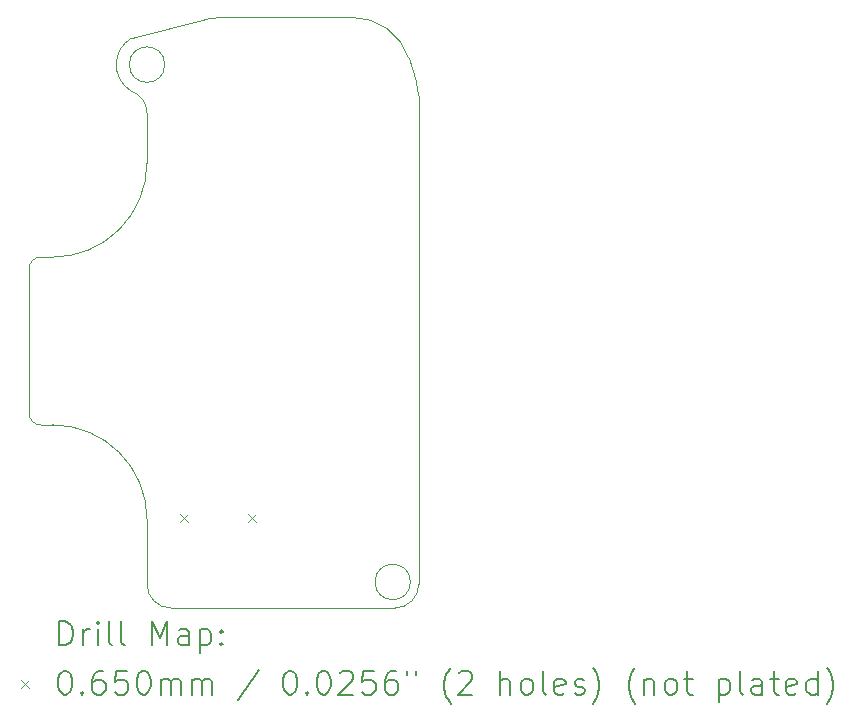
<source format=gbr>
%TF.GenerationSoftware,KiCad,Pcbnew,8.0.5*%
%TF.CreationDate,2024-12-27T02:30:04+01:00*%
%TF.ProjectId,walter_remix - C3v2,77616c74-6572-45f7-9265-6d6978202d20,rev?*%
%TF.SameCoordinates,Original*%
%TF.FileFunction,Drillmap*%
%TF.FilePolarity,Positive*%
%FSLAX45Y45*%
G04 Gerber Fmt 4.5, Leading zero omitted, Abs format (unit mm)*
G04 Created by KiCad (PCBNEW 8.0.5) date 2024-12-27 02:30:04*
%MOMM*%
%LPD*%
G01*
G04 APERTURE LIST*
%ADD10C,0.050000*%
%ADD11C,0.100000*%
%ADD12C,0.200000*%
G04 APERTURE END LIST*
D10*
X12600000Y-10150000D02*
G75*
G02*
X12500000Y-10050000I0J100000D01*
G01*
X12500000Y-8830000D02*
G75*
G02*
X12600000Y-8730000I100000J0D01*
G01*
X13499507Y-7929507D02*
G75*
G02*
X12699507Y-8729997I-799997J-493D01*
G01*
X12700000Y-10150000D02*
G75*
G02*
X13500000Y-10950000I0J-800000D01*
G01*
X12600000Y-10150000D02*
X12700000Y-10150000D01*
X12500000Y-8830000D02*
X12500000Y-10050000D01*
X12699507Y-8730000D02*
X12600000Y-8730000D01*
X13499249Y-7510000D02*
X13499507Y-7929507D01*
X13360000Y-7320000D02*
G75*
G02*
X13499249Y-7510000I-60000J-190000D01*
G01*
X14000096Y-6715229D02*
G75*
G02*
X14122557Y-6699999I122464J-484771D01*
G01*
X13650000Y-7100000D02*
G75*
G02*
X13350000Y-7100000I-150000J0D01*
G01*
X13350000Y-7100000D02*
G75*
G02*
X13650000Y-7100000I150000J0D01*
G01*
X14000096Y-6715229D02*
X13368606Y-6874754D01*
X13360000Y-7320000D02*
G75*
G02*
X13368606Y-6874754I140000J220000D01*
G01*
D11*
X15730000Y-11480000D02*
G75*
G02*
X15430000Y-11480000I-150000J0D01*
G01*
X15430000Y-11480000D02*
G75*
G02*
X15730000Y-11480000I150000J0D01*
G01*
D10*
X15800000Y-11500000D02*
G75*
G02*
X15600000Y-11700000I-200000J0D01*
G01*
X13700000Y-11700000D02*
G75*
G02*
X13500000Y-11500000I0J200000D01*
G01*
X15239620Y-6700000D02*
G75*
G02*
X15713962Y-7041886I0J-500000D01*
G01*
X15779473Y-7238420D02*
G75*
G02*
X15800000Y-7364911I-379473J-126490D01*
G01*
X15800000Y-7364911D02*
X15800000Y-11500000D01*
X15600000Y-11700000D02*
X13700000Y-11700000D01*
X15713962Y-7041886D02*
X15779473Y-7238420D01*
X14122557Y-6700000D02*
X15239620Y-6700000D01*
X13500000Y-11500000D02*
X13500000Y-10950000D01*
D12*
D11*
X13778500Y-10907000D02*
X13843500Y-10972000D01*
X13843500Y-10907000D02*
X13778500Y-10972000D01*
X14356500Y-10907000D02*
X14421500Y-10972000D01*
X14421500Y-10907000D02*
X14356500Y-10972000D01*
D12*
X12758277Y-12013984D02*
X12758277Y-11813984D01*
X12758277Y-11813984D02*
X12805896Y-11813984D01*
X12805896Y-11813984D02*
X12834467Y-11823508D01*
X12834467Y-11823508D02*
X12853515Y-11842555D01*
X12853515Y-11842555D02*
X12863039Y-11861603D01*
X12863039Y-11861603D02*
X12872562Y-11899698D01*
X12872562Y-11899698D02*
X12872562Y-11928269D01*
X12872562Y-11928269D02*
X12863039Y-11966365D01*
X12863039Y-11966365D02*
X12853515Y-11985412D01*
X12853515Y-11985412D02*
X12834467Y-12004460D01*
X12834467Y-12004460D02*
X12805896Y-12013984D01*
X12805896Y-12013984D02*
X12758277Y-12013984D01*
X12958277Y-12013984D02*
X12958277Y-11880650D01*
X12958277Y-11918746D02*
X12967801Y-11899698D01*
X12967801Y-11899698D02*
X12977324Y-11890174D01*
X12977324Y-11890174D02*
X12996372Y-11880650D01*
X12996372Y-11880650D02*
X13015420Y-11880650D01*
X13082086Y-12013984D02*
X13082086Y-11880650D01*
X13082086Y-11813984D02*
X13072562Y-11823508D01*
X13072562Y-11823508D02*
X13082086Y-11833031D01*
X13082086Y-11833031D02*
X13091610Y-11823508D01*
X13091610Y-11823508D02*
X13082086Y-11813984D01*
X13082086Y-11813984D02*
X13082086Y-11833031D01*
X13205896Y-12013984D02*
X13186848Y-12004460D01*
X13186848Y-12004460D02*
X13177324Y-11985412D01*
X13177324Y-11985412D02*
X13177324Y-11813984D01*
X13310658Y-12013984D02*
X13291610Y-12004460D01*
X13291610Y-12004460D02*
X13282086Y-11985412D01*
X13282086Y-11985412D02*
X13282086Y-11813984D01*
X13539229Y-12013984D02*
X13539229Y-11813984D01*
X13539229Y-11813984D02*
X13605896Y-11956841D01*
X13605896Y-11956841D02*
X13672562Y-11813984D01*
X13672562Y-11813984D02*
X13672562Y-12013984D01*
X13853515Y-12013984D02*
X13853515Y-11909222D01*
X13853515Y-11909222D02*
X13843991Y-11890174D01*
X13843991Y-11890174D02*
X13824943Y-11880650D01*
X13824943Y-11880650D02*
X13786848Y-11880650D01*
X13786848Y-11880650D02*
X13767801Y-11890174D01*
X13853515Y-12004460D02*
X13834467Y-12013984D01*
X13834467Y-12013984D02*
X13786848Y-12013984D01*
X13786848Y-12013984D02*
X13767801Y-12004460D01*
X13767801Y-12004460D02*
X13758277Y-11985412D01*
X13758277Y-11985412D02*
X13758277Y-11966365D01*
X13758277Y-11966365D02*
X13767801Y-11947317D01*
X13767801Y-11947317D02*
X13786848Y-11937793D01*
X13786848Y-11937793D02*
X13834467Y-11937793D01*
X13834467Y-11937793D02*
X13853515Y-11928269D01*
X13948753Y-11880650D02*
X13948753Y-12080650D01*
X13948753Y-11890174D02*
X13967801Y-11880650D01*
X13967801Y-11880650D02*
X14005896Y-11880650D01*
X14005896Y-11880650D02*
X14024943Y-11890174D01*
X14024943Y-11890174D02*
X14034467Y-11899698D01*
X14034467Y-11899698D02*
X14043991Y-11918746D01*
X14043991Y-11918746D02*
X14043991Y-11975888D01*
X14043991Y-11975888D02*
X14034467Y-11994936D01*
X14034467Y-11994936D02*
X14024943Y-12004460D01*
X14024943Y-12004460D02*
X14005896Y-12013984D01*
X14005896Y-12013984D02*
X13967801Y-12013984D01*
X13967801Y-12013984D02*
X13948753Y-12004460D01*
X14129705Y-11994936D02*
X14139229Y-12004460D01*
X14139229Y-12004460D02*
X14129705Y-12013984D01*
X14129705Y-12013984D02*
X14120182Y-12004460D01*
X14120182Y-12004460D02*
X14129705Y-11994936D01*
X14129705Y-11994936D02*
X14129705Y-12013984D01*
X14129705Y-11890174D02*
X14139229Y-11899698D01*
X14139229Y-11899698D02*
X14129705Y-11909222D01*
X14129705Y-11909222D02*
X14120182Y-11899698D01*
X14120182Y-11899698D02*
X14129705Y-11890174D01*
X14129705Y-11890174D02*
X14129705Y-11909222D01*
D11*
X12432500Y-12310000D02*
X12497500Y-12375000D01*
X12497500Y-12310000D02*
X12432500Y-12375000D01*
D12*
X12796372Y-12233984D02*
X12815420Y-12233984D01*
X12815420Y-12233984D02*
X12834467Y-12243508D01*
X12834467Y-12243508D02*
X12843991Y-12253031D01*
X12843991Y-12253031D02*
X12853515Y-12272079D01*
X12853515Y-12272079D02*
X12863039Y-12310174D01*
X12863039Y-12310174D02*
X12863039Y-12357793D01*
X12863039Y-12357793D02*
X12853515Y-12395888D01*
X12853515Y-12395888D02*
X12843991Y-12414936D01*
X12843991Y-12414936D02*
X12834467Y-12424460D01*
X12834467Y-12424460D02*
X12815420Y-12433984D01*
X12815420Y-12433984D02*
X12796372Y-12433984D01*
X12796372Y-12433984D02*
X12777324Y-12424460D01*
X12777324Y-12424460D02*
X12767801Y-12414936D01*
X12767801Y-12414936D02*
X12758277Y-12395888D01*
X12758277Y-12395888D02*
X12748753Y-12357793D01*
X12748753Y-12357793D02*
X12748753Y-12310174D01*
X12748753Y-12310174D02*
X12758277Y-12272079D01*
X12758277Y-12272079D02*
X12767801Y-12253031D01*
X12767801Y-12253031D02*
X12777324Y-12243508D01*
X12777324Y-12243508D02*
X12796372Y-12233984D01*
X12948753Y-12414936D02*
X12958277Y-12424460D01*
X12958277Y-12424460D02*
X12948753Y-12433984D01*
X12948753Y-12433984D02*
X12939229Y-12424460D01*
X12939229Y-12424460D02*
X12948753Y-12414936D01*
X12948753Y-12414936D02*
X12948753Y-12433984D01*
X13129705Y-12233984D02*
X13091610Y-12233984D01*
X13091610Y-12233984D02*
X13072562Y-12243508D01*
X13072562Y-12243508D02*
X13063039Y-12253031D01*
X13063039Y-12253031D02*
X13043991Y-12281603D01*
X13043991Y-12281603D02*
X13034467Y-12319698D01*
X13034467Y-12319698D02*
X13034467Y-12395888D01*
X13034467Y-12395888D02*
X13043991Y-12414936D01*
X13043991Y-12414936D02*
X13053515Y-12424460D01*
X13053515Y-12424460D02*
X13072562Y-12433984D01*
X13072562Y-12433984D02*
X13110658Y-12433984D01*
X13110658Y-12433984D02*
X13129705Y-12424460D01*
X13129705Y-12424460D02*
X13139229Y-12414936D01*
X13139229Y-12414936D02*
X13148753Y-12395888D01*
X13148753Y-12395888D02*
X13148753Y-12348269D01*
X13148753Y-12348269D02*
X13139229Y-12329222D01*
X13139229Y-12329222D02*
X13129705Y-12319698D01*
X13129705Y-12319698D02*
X13110658Y-12310174D01*
X13110658Y-12310174D02*
X13072562Y-12310174D01*
X13072562Y-12310174D02*
X13053515Y-12319698D01*
X13053515Y-12319698D02*
X13043991Y-12329222D01*
X13043991Y-12329222D02*
X13034467Y-12348269D01*
X13329705Y-12233984D02*
X13234467Y-12233984D01*
X13234467Y-12233984D02*
X13224943Y-12329222D01*
X13224943Y-12329222D02*
X13234467Y-12319698D01*
X13234467Y-12319698D02*
X13253515Y-12310174D01*
X13253515Y-12310174D02*
X13301134Y-12310174D01*
X13301134Y-12310174D02*
X13320182Y-12319698D01*
X13320182Y-12319698D02*
X13329705Y-12329222D01*
X13329705Y-12329222D02*
X13339229Y-12348269D01*
X13339229Y-12348269D02*
X13339229Y-12395888D01*
X13339229Y-12395888D02*
X13329705Y-12414936D01*
X13329705Y-12414936D02*
X13320182Y-12424460D01*
X13320182Y-12424460D02*
X13301134Y-12433984D01*
X13301134Y-12433984D02*
X13253515Y-12433984D01*
X13253515Y-12433984D02*
X13234467Y-12424460D01*
X13234467Y-12424460D02*
X13224943Y-12414936D01*
X13463039Y-12233984D02*
X13482086Y-12233984D01*
X13482086Y-12233984D02*
X13501134Y-12243508D01*
X13501134Y-12243508D02*
X13510658Y-12253031D01*
X13510658Y-12253031D02*
X13520182Y-12272079D01*
X13520182Y-12272079D02*
X13529705Y-12310174D01*
X13529705Y-12310174D02*
X13529705Y-12357793D01*
X13529705Y-12357793D02*
X13520182Y-12395888D01*
X13520182Y-12395888D02*
X13510658Y-12414936D01*
X13510658Y-12414936D02*
X13501134Y-12424460D01*
X13501134Y-12424460D02*
X13482086Y-12433984D01*
X13482086Y-12433984D02*
X13463039Y-12433984D01*
X13463039Y-12433984D02*
X13443991Y-12424460D01*
X13443991Y-12424460D02*
X13434467Y-12414936D01*
X13434467Y-12414936D02*
X13424943Y-12395888D01*
X13424943Y-12395888D02*
X13415420Y-12357793D01*
X13415420Y-12357793D02*
X13415420Y-12310174D01*
X13415420Y-12310174D02*
X13424943Y-12272079D01*
X13424943Y-12272079D02*
X13434467Y-12253031D01*
X13434467Y-12253031D02*
X13443991Y-12243508D01*
X13443991Y-12243508D02*
X13463039Y-12233984D01*
X13615420Y-12433984D02*
X13615420Y-12300650D01*
X13615420Y-12319698D02*
X13624943Y-12310174D01*
X13624943Y-12310174D02*
X13643991Y-12300650D01*
X13643991Y-12300650D02*
X13672563Y-12300650D01*
X13672563Y-12300650D02*
X13691610Y-12310174D01*
X13691610Y-12310174D02*
X13701134Y-12329222D01*
X13701134Y-12329222D02*
X13701134Y-12433984D01*
X13701134Y-12329222D02*
X13710658Y-12310174D01*
X13710658Y-12310174D02*
X13729705Y-12300650D01*
X13729705Y-12300650D02*
X13758277Y-12300650D01*
X13758277Y-12300650D02*
X13777324Y-12310174D01*
X13777324Y-12310174D02*
X13786848Y-12329222D01*
X13786848Y-12329222D02*
X13786848Y-12433984D01*
X13882086Y-12433984D02*
X13882086Y-12300650D01*
X13882086Y-12319698D02*
X13891610Y-12310174D01*
X13891610Y-12310174D02*
X13910658Y-12300650D01*
X13910658Y-12300650D02*
X13939229Y-12300650D01*
X13939229Y-12300650D02*
X13958277Y-12310174D01*
X13958277Y-12310174D02*
X13967801Y-12329222D01*
X13967801Y-12329222D02*
X13967801Y-12433984D01*
X13967801Y-12329222D02*
X13977324Y-12310174D01*
X13977324Y-12310174D02*
X13996372Y-12300650D01*
X13996372Y-12300650D02*
X14024943Y-12300650D01*
X14024943Y-12300650D02*
X14043991Y-12310174D01*
X14043991Y-12310174D02*
X14053515Y-12329222D01*
X14053515Y-12329222D02*
X14053515Y-12433984D01*
X14443991Y-12224460D02*
X14272563Y-12481603D01*
X14701134Y-12233984D02*
X14720182Y-12233984D01*
X14720182Y-12233984D02*
X14739229Y-12243508D01*
X14739229Y-12243508D02*
X14748753Y-12253031D01*
X14748753Y-12253031D02*
X14758277Y-12272079D01*
X14758277Y-12272079D02*
X14767801Y-12310174D01*
X14767801Y-12310174D02*
X14767801Y-12357793D01*
X14767801Y-12357793D02*
X14758277Y-12395888D01*
X14758277Y-12395888D02*
X14748753Y-12414936D01*
X14748753Y-12414936D02*
X14739229Y-12424460D01*
X14739229Y-12424460D02*
X14720182Y-12433984D01*
X14720182Y-12433984D02*
X14701134Y-12433984D01*
X14701134Y-12433984D02*
X14682086Y-12424460D01*
X14682086Y-12424460D02*
X14672563Y-12414936D01*
X14672563Y-12414936D02*
X14663039Y-12395888D01*
X14663039Y-12395888D02*
X14653515Y-12357793D01*
X14653515Y-12357793D02*
X14653515Y-12310174D01*
X14653515Y-12310174D02*
X14663039Y-12272079D01*
X14663039Y-12272079D02*
X14672563Y-12253031D01*
X14672563Y-12253031D02*
X14682086Y-12243508D01*
X14682086Y-12243508D02*
X14701134Y-12233984D01*
X14853515Y-12414936D02*
X14863039Y-12424460D01*
X14863039Y-12424460D02*
X14853515Y-12433984D01*
X14853515Y-12433984D02*
X14843991Y-12424460D01*
X14843991Y-12424460D02*
X14853515Y-12414936D01*
X14853515Y-12414936D02*
X14853515Y-12433984D01*
X14986848Y-12233984D02*
X15005896Y-12233984D01*
X15005896Y-12233984D02*
X15024944Y-12243508D01*
X15024944Y-12243508D02*
X15034467Y-12253031D01*
X15034467Y-12253031D02*
X15043991Y-12272079D01*
X15043991Y-12272079D02*
X15053515Y-12310174D01*
X15053515Y-12310174D02*
X15053515Y-12357793D01*
X15053515Y-12357793D02*
X15043991Y-12395888D01*
X15043991Y-12395888D02*
X15034467Y-12414936D01*
X15034467Y-12414936D02*
X15024944Y-12424460D01*
X15024944Y-12424460D02*
X15005896Y-12433984D01*
X15005896Y-12433984D02*
X14986848Y-12433984D01*
X14986848Y-12433984D02*
X14967801Y-12424460D01*
X14967801Y-12424460D02*
X14958277Y-12414936D01*
X14958277Y-12414936D02*
X14948753Y-12395888D01*
X14948753Y-12395888D02*
X14939229Y-12357793D01*
X14939229Y-12357793D02*
X14939229Y-12310174D01*
X14939229Y-12310174D02*
X14948753Y-12272079D01*
X14948753Y-12272079D02*
X14958277Y-12253031D01*
X14958277Y-12253031D02*
X14967801Y-12243508D01*
X14967801Y-12243508D02*
X14986848Y-12233984D01*
X15129706Y-12253031D02*
X15139229Y-12243508D01*
X15139229Y-12243508D02*
X15158277Y-12233984D01*
X15158277Y-12233984D02*
X15205896Y-12233984D01*
X15205896Y-12233984D02*
X15224944Y-12243508D01*
X15224944Y-12243508D02*
X15234467Y-12253031D01*
X15234467Y-12253031D02*
X15243991Y-12272079D01*
X15243991Y-12272079D02*
X15243991Y-12291127D01*
X15243991Y-12291127D02*
X15234467Y-12319698D01*
X15234467Y-12319698D02*
X15120182Y-12433984D01*
X15120182Y-12433984D02*
X15243991Y-12433984D01*
X15424944Y-12233984D02*
X15329706Y-12233984D01*
X15329706Y-12233984D02*
X15320182Y-12329222D01*
X15320182Y-12329222D02*
X15329706Y-12319698D01*
X15329706Y-12319698D02*
X15348753Y-12310174D01*
X15348753Y-12310174D02*
X15396372Y-12310174D01*
X15396372Y-12310174D02*
X15415420Y-12319698D01*
X15415420Y-12319698D02*
X15424944Y-12329222D01*
X15424944Y-12329222D02*
X15434467Y-12348269D01*
X15434467Y-12348269D02*
X15434467Y-12395888D01*
X15434467Y-12395888D02*
X15424944Y-12414936D01*
X15424944Y-12414936D02*
X15415420Y-12424460D01*
X15415420Y-12424460D02*
X15396372Y-12433984D01*
X15396372Y-12433984D02*
X15348753Y-12433984D01*
X15348753Y-12433984D02*
X15329706Y-12424460D01*
X15329706Y-12424460D02*
X15320182Y-12414936D01*
X15605896Y-12233984D02*
X15567801Y-12233984D01*
X15567801Y-12233984D02*
X15548753Y-12243508D01*
X15548753Y-12243508D02*
X15539229Y-12253031D01*
X15539229Y-12253031D02*
X15520182Y-12281603D01*
X15520182Y-12281603D02*
X15510658Y-12319698D01*
X15510658Y-12319698D02*
X15510658Y-12395888D01*
X15510658Y-12395888D02*
X15520182Y-12414936D01*
X15520182Y-12414936D02*
X15529706Y-12424460D01*
X15529706Y-12424460D02*
X15548753Y-12433984D01*
X15548753Y-12433984D02*
X15586848Y-12433984D01*
X15586848Y-12433984D02*
X15605896Y-12424460D01*
X15605896Y-12424460D02*
X15615420Y-12414936D01*
X15615420Y-12414936D02*
X15624944Y-12395888D01*
X15624944Y-12395888D02*
X15624944Y-12348269D01*
X15624944Y-12348269D02*
X15615420Y-12329222D01*
X15615420Y-12329222D02*
X15605896Y-12319698D01*
X15605896Y-12319698D02*
X15586848Y-12310174D01*
X15586848Y-12310174D02*
X15548753Y-12310174D01*
X15548753Y-12310174D02*
X15529706Y-12319698D01*
X15529706Y-12319698D02*
X15520182Y-12329222D01*
X15520182Y-12329222D02*
X15510658Y-12348269D01*
X15701134Y-12233984D02*
X15701134Y-12272079D01*
X15777325Y-12233984D02*
X15777325Y-12272079D01*
X16072563Y-12510174D02*
X16063039Y-12500650D01*
X16063039Y-12500650D02*
X16043991Y-12472079D01*
X16043991Y-12472079D02*
X16034468Y-12453031D01*
X16034468Y-12453031D02*
X16024944Y-12424460D01*
X16024944Y-12424460D02*
X16015420Y-12376841D01*
X16015420Y-12376841D02*
X16015420Y-12338746D01*
X16015420Y-12338746D02*
X16024944Y-12291127D01*
X16024944Y-12291127D02*
X16034468Y-12262555D01*
X16034468Y-12262555D02*
X16043991Y-12243508D01*
X16043991Y-12243508D02*
X16063039Y-12214936D01*
X16063039Y-12214936D02*
X16072563Y-12205412D01*
X16139229Y-12253031D02*
X16148753Y-12243508D01*
X16148753Y-12243508D02*
X16167801Y-12233984D01*
X16167801Y-12233984D02*
X16215420Y-12233984D01*
X16215420Y-12233984D02*
X16234468Y-12243508D01*
X16234468Y-12243508D02*
X16243991Y-12253031D01*
X16243991Y-12253031D02*
X16253515Y-12272079D01*
X16253515Y-12272079D02*
X16253515Y-12291127D01*
X16253515Y-12291127D02*
X16243991Y-12319698D01*
X16243991Y-12319698D02*
X16129706Y-12433984D01*
X16129706Y-12433984D02*
X16253515Y-12433984D01*
X16491610Y-12433984D02*
X16491610Y-12233984D01*
X16577325Y-12433984D02*
X16577325Y-12329222D01*
X16577325Y-12329222D02*
X16567801Y-12310174D01*
X16567801Y-12310174D02*
X16548753Y-12300650D01*
X16548753Y-12300650D02*
X16520182Y-12300650D01*
X16520182Y-12300650D02*
X16501134Y-12310174D01*
X16501134Y-12310174D02*
X16491610Y-12319698D01*
X16701134Y-12433984D02*
X16682087Y-12424460D01*
X16682087Y-12424460D02*
X16672563Y-12414936D01*
X16672563Y-12414936D02*
X16663039Y-12395888D01*
X16663039Y-12395888D02*
X16663039Y-12338746D01*
X16663039Y-12338746D02*
X16672563Y-12319698D01*
X16672563Y-12319698D02*
X16682087Y-12310174D01*
X16682087Y-12310174D02*
X16701134Y-12300650D01*
X16701134Y-12300650D02*
X16729706Y-12300650D01*
X16729706Y-12300650D02*
X16748753Y-12310174D01*
X16748753Y-12310174D02*
X16758277Y-12319698D01*
X16758277Y-12319698D02*
X16767801Y-12338746D01*
X16767801Y-12338746D02*
X16767801Y-12395888D01*
X16767801Y-12395888D02*
X16758277Y-12414936D01*
X16758277Y-12414936D02*
X16748753Y-12424460D01*
X16748753Y-12424460D02*
X16729706Y-12433984D01*
X16729706Y-12433984D02*
X16701134Y-12433984D01*
X16882087Y-12433984D02*
X16863039Y-12424460D01*
X16863039Y-12424460D02*
X16853515Y-12405412D01*
X16853515Y-12405412D02*
X16853515Y-12233984D01*
X17034468Y-12424460D02*
X17015420Y-12433984D01*
X17015420Y-12433984D02*
X16977325Y-12433984D01*
X16977325Y-12433984D02*
X16958277Y-12424460D01*
X16958277Y-12424460D02*
X16948753Y-12405412D01*
X16948753Y-12405412D02*
X16948753Y-12329222D01*
X16948753Y-12329222D02*
X16958277Y-12310174D01*
X16958277Y-12310174D02*
X16977325Y-12300650D01*
X16977325Y-12300650D02*
X17015420Y-12300650D01*
X17015420Y-12300650D02*
X17034468Y-12310174D01*
X17034468Y-12310174D02*
X17043992Y-12329222D01*
X17043992Y-12329222D02*
X17043992Y-12348269D01*
X17043992Y-12348269D02*
X16948753Y-12367317D01*
X17120182Y-12424460D02*
X17139230Y-12433984D01*
X17139230Y-12433984D02*
X17177325Y-12433984D01*
X17177325Y-12433984D02*
X17196373Y-12424460D01*
X17196373Y-12424460D02*
X17205896Y-12405412D01*
X17205896Y-12405412D02*
X17205896Y-12395888D01*
X17205896Y-12395888D02*
X17196373Y-12376841D01*
X17196373Y-12376841D02*
X17177325Y-12367317D01*
X17177325Y-12367317D02*
X17148753Y-12367317D01*
X17148753Y-12367317D02*
X17129706Y-12357793D01*
X17129706Y-12357793D02*
X17120182Y-12338746D01*
X17120182Y-12338746D02*
X17120182Y-12329222D01*
X17120182Y-12329222D02*
X17129706Y-12310174D01*
X17129706Y-12310174D02*
X17148753Y-12300650D01*
X17148753Y-12300650D02*
X17177325Y-12300650D01*
X17177325Y-12300650D02*
X17196373Y-12310174D01*
X17272563Y-12510174D02*
X17282087Y-12500650D01*
X17282087Y-12500650D02*
X17301134Y-12472079D01*
X17301134Y-12472079D02*
X17310658Y-12453031D01*
X17310658Y-12453031D02*
X17320182Y-12424460D01*
X17320182Y-12424460D02*
X17329706Y-12376841D01*
X17329706Y-12376841D02*
X17329706Y-12338746D01*
X17329706Y-12338746D02*
X17320182Y-12291127D01*
X17320182Y-12291127D02*
X17310658Y-12262555D01*
X17310658Y-12262555D02*
X17301134Y-12243508D01*
X17301134Y-12243508D02*
X17282087Y-12214936D01*
X17282087Y-12214936D02*
X17272563Y-12205412D01*
X17634468Y-12510174D02*
X17624944Y-12500650D01*
X17624944Y-12500650D02*
X17605896Y-12472079D01*
X17605896Y-12472079D02*
X17596373Y-12453031D01*
X17596373Y-12453031D02*
X17586849Y-12424460D01*
X17586849Y-12424460D02*
X17577325Y-12376841D01*
X17577325Y-12376841D02*
X17577325Y-12338746D01*
X17577325Y-12338746D02*
X17586849Y-12291127D01*
X17586849Y-12291127D02*
X17596373Y-12262555D01*
X17596373Y-12262555D02*
X17605896Y-12243508D01*
X17605896Y-12243508D02*
X17624944Y-12214936D01*
X17624944Y-12214936D02*
X17634468Y-12205412D01*
X17710658Y-12300650D02*
X17710658Y-12433984D01*
X17710658Y-12319698D02*
X17720182Y-12310174D01*
X17720182Y-12310174D02*
X17739230Y-12300650D01*
X17739230Y-12300650D02*
X17767801Y-12300650D01*
X17767801Y-12300650D02*
X17786849Y-12310174D01*
X17786849Y-12310174D02*
X17796373Y-12329222D01*
X17796373Y-12329222D02*
X17796373Y-12433984D01*
X17920182Y-12433984D02*
X17901134Y-12424460D01*
X17901134Y-12424460D02*
X17891611Y-12414936D01*
X17891611Y-12414936D02*
X17882087Y-12395888D01*
X17882087Y-12395888D02*
X17882087Y-12338746D01*
X17882087Y-12338746D02*
X17891611Y-12319698D01*
X17891611Y-12319698D02*
X17901134Y-12310174D01*
X17901134Y-12310174D02*
X17920182Y-12300650D01*
X17920182Y-12300650D02*
X17948754Y-12300650D01*
X17948754Y-12300650D02*
X17967801Y-12310174D01*
X17967801Y-12310174D02*
X17977325Y-12319698D01*
X17977325Y-12319698D02*
X17986849Y-12338746D01*
X17986849Y-12338746D02*
X17986849Y-12395888D01*
X17986849Y-12395888D02*
X17977325Y-12414936D01*
X17977325Y-12414936D02*
X17967801Y-12424460D01*
X17967801Y-12424460D02*
X17948754Y-12433984D01*
X17948754Y-12433984D02*
X17920182Y-12433984D01*
X18043992Y-12300650D02*
X18120182Y-12300650D01*
X18072563Y-12233984D02*
X18072563Y-12405412D01*
X18072563Y-12405412D02*
X18082087Y-12424460D01*
X18082087Y-12424460D02*
X18101134Y-12433984D01*
X18101134Y-12433984D02*
X18120182Y-12433984D01*
X18339230Y-12300650D02*
X18339230Y-12500650D01*
X18339230Y-12310174D02*
X18358277Y-12300650D01*
X18358277Y-12300650D02*
X18396373Y-12300650D01*
X18396373Y-12300650D02*
X18415420Y-12310174D01*
X18415420Y-12310174D02*
X18424944Y-12319698D01*
X18424944Y-12319698D02*
X18434468Y-12338746D01*
X18434468Y-12338746D02*
X18434468Y-12395888D01*
X18434468Y-12395888D02*
X18424944Y-12414936D01*
X18424944Y-12414936D02*
X18415420Y-12424460D01*
X18415420Y-12424460D02*
X18396373Y-12433984D01*
X18396373Y-12433984D02*
X18358277Y-12433984D01*
X18358277Y-12433984D02*
X18339230Y-12424460D01*
X18548754Y-12433984D02*
X18529706Y-12424460D01*
X18529706Y-12424460D02*
X18520182Y-12405412D01*
X18520182Y-12405412D02*
X18520182Y-12233984D01*
X18710658Y-12433984D02*
X18710658Y-12329222D01*
X18710658Y-12329222D02*
X18701135Y-12310174D01*
X18701135Y-12310174D02*
X18682087Y-12300650D01*
X18682087Y-12300650D02*
X18643992Y-12300650D01*
X18643992Y-12300650D02*
X18624944Y-12310174D01*
X18710658Y-12424460D02*
X18691611Y-12433984D01*
X18691611Y-12433984D02*
X18643992Y-12433984D01*
X18643992Y-12433984D02*
X18624944Y-12424460D01*
X18624944Y-12424460D02*
X18615420Y-12405412D01*
X18615420Y-12405412D02*
X18615420Y-12386365D01*
X18615420Y-12386365D02*
X18624944Y-12367317D01*
X18624944Y-12367317D02*
X18643992Y-12357793D01*
X18643992Y-12357793D02*
X18691611Y-12357793D01*
X18691611Y-12357793D02*
X18710658Y-12348269D01*
X18777325Y-12300650D02*
X18853515Y-12300650D01*
X18805896Y-12233984D02*
X18805896Y-12405412D01*
X18805896Y-12405412D02*
X18815420Y-12424460D01*
X18815420Y-12424460D02*
X18834468Y-12433984D01*
X18834468Y-12433984D02*
X18853515Y-12433984D01*
X18996373Y-12424460D02*
X18977325Y-12433984D01*
X18977325Y-12433984D02*
X18939230Y-12433984D01*
X18939230Y-12433984D02*
X18920182Y-12424460D01*
X18920182Y-12424460D02*
X18910658Y-12405412D01*
X18910658Y-12405412D02*
X18910658Y-12329222D01*
X18910658Y-12329222D02*
X18920182Y-12310174D01*
X18920182Y-12310174D02*
X18939230Y-12300650D01*
X18939230Y-12300650D02*
X18977325Y-12300650D01*
X18977325Y-12300650D02*
X18996373Y-12310174D01*
X18996373Y-12310174D02*
X19005896Y-12329222D01*
X19005896Y-12329222D02*
X19005896Y-12348269D01*
X19005896Y-12348269D02*
X18910658Y-12367317D01*
X19177325Y-12433984D02*
X19177325Y-12233984D01*
X19177325Y-12424460D02*
X19158277Y-12433984D01*
X19158277Y-12433984D02*
X19120182Y-12433984D01*
X19120182Y-12433984D02*
X19101135Y-12424460D01*
X19101135Y-12424460D02*
X19091611Y-12414936D01*
X19091611Y-12414936D02*
X19082087Y-12395888D01*
X19082087Y-12395888D02*
X19082087Y-12338746D01*
X19082087Y-12338746D02*
X19091611Y-12319698D01*
X19091611Y-12319698D02*
X19101135Y-12310174D01*
X19101135Y-12310174D02*
X19120182Y-12300650D01*
X19120182Y-12300650D02*
X19158277Y-12300650D01*
X19158277Y-12300650D02*
X19177325Y-12310174D01*
X19253516Y-12510174D02*
X19263039Y-12500650D01*
X19263039Y-12500650D02*
X19282087Y-12472079D01*
X19282087Y-12472079D02*
X19291611Y-12453031D01*
X19291611Y-12453031D02*
X19301135Y-12424460D01*
X19301135Y-12424460D02*
X19310658Y-12376841D01*
X19310658Y-12376841D02*
X19310658Y-12338746D01*
X19310658Y-12338746D02*
X19301135Y-12291127D01*
X19301135Y-12291127D02*
X19291611Y-12262555D01*
X19291611Y-12262555D02*
X19282087Y-12243508D01*
X19282087Y-12243508D02*
X19263039Y-12214936D01*
X19263039Y-12214936D02*
X19253516Y-12205412D01*
M02*

</source>
